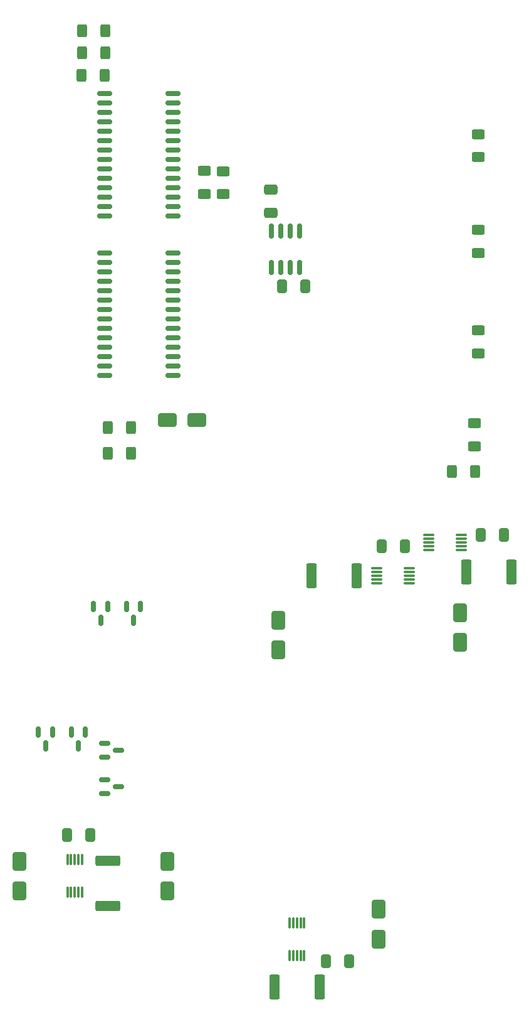
<source format=gbr>
%TF.GenerationSoftware,KiCad,Pcbnew,9.0.6*%
%TF.CreationDate,2025-12-23T13:14:00+01:00*%
%TF.ProjectId,MainBoard,4d61696e-426f-4617-9264-2e6b69636164,rev?*%
%TF.SameCoordinates,Original*%
%TF.FileFunction,Paste,Bot*%
%TF.FilePolarity,Positive*%
%FSLAX46Y46*%
G04 Gerber Fmt 4.6, Leading zero omitted, Abs format (unit mm)*
G04 Created by KiCad (PCBNEW 9.0.6) date 2025-12-23 13:14:00*
%MOMM*%
%LPD*%
G01*
G04 APERTURE LIST*
G04 Aperture macros list*
%AMRoundRect*
0 Rectangle with rounded corners*
0 $1 Rounding radius*
0 $2 $3 $4 $5 $6 $7 $8 $9 X,Y pos of 4 corners*
0 Add a 4 corners polygon primitive as box body*
4,1,4,$2,$3,$4,$5,$6,$7,$8,$9,$2,$3,0*
0 Add four circle primitives for the rounded corners*
1,1,$1+$1,$2,$3*
1,1,$1+$1,$4,$5*
1,1,$1+$1,$6,$7*
1,1,$1+$1,$8,$9*
0 Add four rect primitives between the rounded corners*
20,1,$1+$1,$2,$3,$4,$5,0*
20,1,$1+$1,$4,$5,$6,$7,0*
20,1,$1+$1,$6,$7,$8,$9,0*
20,1,$1+$1,$8,$9,$2,$3,0*%
G04 Aperture macros list end*
%ADD10RoundRect,0.150000X-0.150000X0.587500X-0.150000X-0.587500X0.150000X-0.587500X0.150000X0.587500X0*%
%ADD11RoundRect,0.250000X-0.625000X0.400000X-0.625000X-0.400000X0.625000X-0.400000X0.625000X0.400000X0*%
%ADD12RoundRect,0.250000X-0.400000X-0.625000X0.400000X-0.625000X0.400000X0.625000X-0.400000X0.625000X0*%
%ADD13RoundRect,0.250000X0.625000X-0.400000X0.625000X0.400000X-0.625000X0.400000X-0.625000X-0.400000X0*%
%ADD14RoundRect,0.250000X-0.650000X1.000000X-0.650000X-1.000000X0.650000X-1.000000X0.650000X1.000000X0*%
%ADD15RoundRect,0.249999X0.450001X1.425001X-0.450001X1.425001X-0.450001X-1.425001X0.450001X-1.425001X0*%
%ADD16RoundRect,0.250000X0.400000X0.625000X-0.400000X0.625000X-0.400000X-0.625000X0.400000X-0.625000X0*%
%ADD17RoundRect,0.150000X-0.587500X-0.150000X0.587500X-0.150000X0.587500X0.150000X-0.587500X0.150000X0*%
%ADD18RoundRect,0.250000X-0.412500X-0.650000X0.412500X-0.650000X0.412500X0.650000X-0.412500X0.650000X0*%
%ADD19RoundRect,0.075000X-0.075000X0.650000X-0.075000X-0.650000X0.075000X-0.650000X0.075000X0.650000X0*%
%ADD20RoundRect,0.249999X-1.425001X0.450001X-1.425001X-0.450001X1.425001X-0.450001X1.425001X0.450001X0*%
%ADD21RoundRect,0.250000X0.650000X-0.412500X0.650000X0.412500X-0.650000X0.412500X-0.650000X-0.412500X0*%
%ADD22RoundRect,0.150000X0.875000X0.150000X-0.875000X0.150000X-0.875000X-0.150000X0.875000X-0.150000X0*%
%ADD23RoundRect,0.075000X0.650000X0.075000X-0.650000X0.075000X-0.650000X-0.075000X0.650000X-0.075000X0*%
%ADD24RoundRect,0.250000X1.000000X0.650000X-1.000000X0.650000X-1.000000X-0.650000X1.000000X-0.650000X0*%
%ADD25RoundRect,0.250000X0.412500X0.650000X-0.412500X0.650000X-0.412500X-0.650000X0.412500X-0.650000X0*%
%ADD26RoundRect,0.075000X-0.650000X-0.075000X0.650000X-0.075000X0.650000X0.075000X-0.650000X0.075000X0*%
%ADD27RoundRect,0.249999X-0.450001X-1.425001X0.450001X-1.425001X0.450001X1.425001X-0.450001X1.425001X0*%
%ADD28RoundRect,0.150000X0.150000X-0.825000X0.150000X0.825000X-0.150000X0.825000X-0.150000X-0.825000X0*%
G04 APERTURE END LIST*
D10*
%TO.C,Q5*%
X61550000Y-141562500D03*
X63450000Y-141562500D03*
X62500000Y-143437500D03*
%TD*%
D11*
%TO.C,R6*%
X82000000Y-65950000D03*
X82000000Y-69050000D03*
%TD*%
D12*
%TO.C,R16*%
X112950000Y-106500000D03*
X116050000Y-106500000D03*
%TD*%
D13*
%TO.C,R12*%
X116500000Y-64050000D03*
X116500000Y-60950000D03*
%TD*%
D14*
%TO.C,D2*%
X74500000Y-159000000D03*
X74500000Y-163000000D03*
%TD*%
%TO.C,D3*%
X54500000Y-159000000D03*
X54500000Y-163000000D03*
%TD*%
%TO.C,D8*%
X89500000Y-126500000D03*
X89500000Y-130500000D03*
%TD*%
%TO.C,D1*%
X103000000Y-165500000D03*
X103000000Y-169500000D03*
%TD*%
D15*
%TO.C,R9*%
X121000000Y-120000000D03*
X114900000Y-120000000D03*
%TD*%
D16*
%TO.C,R5*%
X66000000Y-53000000D03*
X62900000Y-53000000D03*
%TD*%
D13*
%TO.C,R14*%
X116500000Y-90550000D03*
X116500000Y-87450000D03*
%TD*%
D17*
%TO.C,Q8*%
X66000000Y-149900000D03*
X66000000Y-148000000D03*
X67875000Y-148950000D03*
%TD*%
D18*
%TO.C,C2*%
X93125000Y-81500000D03*
X90000000Y-81500000D03*
%TD*%
D19*
%TO.C,U5*%
X61000000Y-158800000D03*
X61500000Y-158800000D03*
X62000000Y-158800000D03*
X62500000Y-158800000D03*
X63000000Y-158800000D03*
X63000000Y-163200000D03*
X62500000Y-163200000D03*
X62000000Y-163200000D03*
X61500000Y-163200000D03*
X61000000Y-163200000D03*
%TD*%
D18*
%TO.C,C4*%
X60937500Y-155500000D03*
X64062500Y-155500000D03*
%TD*%
D14*
%TO.C,D9*%
X114000000Y-125500000D03*
X114000000Y-129500000D03*
%TD*%
D10*
%TO.C,Q6*%
X64550000Y-124625000D03*
X66450000Y-124625000D03*
X65500000Y-126500000D03*
%TD*%
D20*
%TO.C,R2*%
X66500000Y-158950000D03*
X66500000Y-165050000D03*
%TD*%
D13*
%TO.C,R13*%
X116500000Y-77000000D03*
X116500000Y-73900000D03*
%TD*%
D21*
%TO.C,C1*%
X88500000Y-71562500D03*
X88500000Y-68437500D03*
%TD*%
D16*
%TO.C,R3*%
X66100000Y-47000000D03*
X63000000Y-47000000D03*
%TD*%
D13*
%TO.C,R15*%
X116000000Y-103050000D03*
X116000000Y-99950000D03*
%TD*%
D22*
%TO.C,U8*%
X75300000Y-55530000D03*
X75300000Y-56800000D03*
X75300000Y-58070000D03*
X75300000Y-59340000D03*
X75300000Y-60610000D03*
X75300000Y-61880000D03*
X75300000Y-63150000D03*
X75300000Y-64420000D03*
X75300000Y-65690000D03*
X75300000Y-66960000D03*
X75300000Y-68230000D03*
X75300000Y-69500000D03*
X75300000Y-70770000D03*
X75300000Y-72040000D03*
X66000000Y-72040000D03*
X66000000Y-70770000D03*
X66000000Y-69500000D03*
X66000000Y-68230000D03*
X66000000Y-66960000D03*
X66000000Y-65690000D03*
X66000000Y-64420000D03*
X66000000Y-63150000D03*
X66000000Y-61880000D03*
X66000000Y-60610000D03*
X66000000Y-59340000D03*
X66000000Y-58070000D03*
X66000000Y-56800000D03*
X66000000Y-55530000D03*
%TD*%
D16*
%TO.C,R4*%
X66100000Y-50000000D03*
X63000000Y-50000000D03*
%TD*%
D22*
%TO.C,U7*%
X75300000Y-77030000D03*
X75300000Y-78300000D03*
X75300000Y-79570000D03*
X75300000Y-80840000D03*
X75300000Y-82110000D03*
X75300000Y-83380000D03*
X75300000Y-84650000D03*
X75300000Y-85920000D03*
X75300000Y-87190000D03*
X75300000Y-88460000D03*
X75300000Y-89730000D03*
X75300000Y-91000000D03*
X75300000Y-92270000D03*
X75300000Y-93540000D03*
X66000000Y-93540000D03*
X66000000Y-92270000D03*
X66000000Y-91000000D03*
X66000000Y-89730000D03*
X66000000Y-88460000D03*
X66000000Y-87190000D03*
X66000000Y-85920000D03*
X66000000Y-84650000D03*
X66000000Y-83380000D03*
X66000000Y-82110000D03*
X66000000Y-80840000D03*
X66000000Y-79570000D03*
X66000000Y-78300000D03*
X66000000Y-77030000D03*
%TD*%
D18*
%TO.C,C6*%
X116875000Y-115000000D03*
X120000000Y-115000000D03*
%TD*%
D10*
%TO.C,Q4*%
X57100000Y-141562500D03*
X59000000Y-141562500D03*
X58050000Y-143437500D03*
%TD*%
D23*
%TO.C,U9*%
X107200000Y-119500000D03*
X107200000Y-120000000D03*
X107200000Y-120500000D03*
X107200000Y-121000000D03*
X107200000Y-121500000D03*
X102800000Y-121500000D03*
X102800000Y-121000000D03*
X102800000Y-120500000D03*
X102800000Y-120000000D03*
X102800000Y-119500000D03*
%TD*%
D18*
%TO.C,C3*%
X95937500Y-172500000D03*
X99062500Y-172500000D03*
%TD*%
D24*
%TO.C,D4*%
X78500000Y-99500000D03*
X74500000Y-99500000D03*
%TD*%
D19*
%TO.C,U2*%
X91000000Y-167300000D03*
X91500000Y-167300000D03*
X92000000Y-167300000D03*
X92500000Y-167300000D03*
X93000000Y-167300000D03*
X93000000Y-171700000D03*
X92500000Y-171700000D03*
X92000000Y-171700000D03*
X91500000Y-171700000D03*
X91000000Y-171700000D03*
%TD*%
D10*
%TO.C,Q7*%
X69000000Y-124625000D03*
X70900000Y-124625000D03*
X69950000Y-126500000D03*
%TD*%
D12*
%TO.C,R10*%
X66500000Y-104000000D03*
X69600000Y-104000000D03*
%TD*%
D25*
%TO.C,C5*%
X106625000Y-116500000D03*
X103500000Y-116500000D03*
%TD*%
D16*
%TO.C,R11*%
X69550000Y-100500000D03*
X66450000Y-100500000D03*
%TD*%
D17*
%TO.C,Q9*%
X66000000Y-145000000D03*
X66000000Y-143100000D03*
X67875000Y-144050000D03*
%TD*%
D11*
%TO.C,R7*%
X79500000Y-65900000D03*
X79500000Y-69000000D03*
%TD*%
D26*
%TO.C,U10*%
X109800000Y-117000000D03*
X109800000Y-116500000D03*
X109800000Y-116000000D03*
X109800000Y-115500000D03*
X109800000Y-115000000D03*
X114200000Y-115000000D03*
X114200000Y-115500000D03*
X114200000Y-116000000D03*
X114200000Y-116500000D03*
X114200000Y-117000000D03*
%TD*%
D27*
%TO.C,R1*%
X88950000Y-176000000D03*
X95050000Y-176000000D03*
%TD*%
D28*
%TO.C,U1*%
X92405000Y-78975000D03*
X91135000Y-78975000D03*
X89865000Y-78975000D03*
X88595000Y-78975000D03*
X88595000Y-74025000D03*
X89865000Y-74025000D03*
X91135000Y-74025000D03*
X92405000Y-74025000D03*
%TD*%
D27*
%TO.C,R8*%
X93950000Y-120500000D03*
X100050000Y-120500000D03*
%TD*%
M02*

</source>
